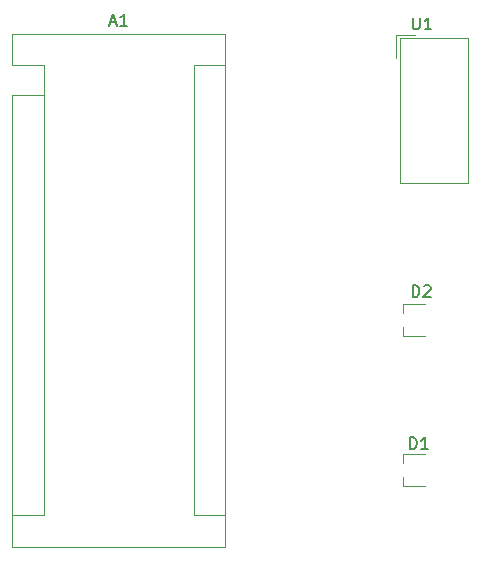
<source format=gto>
G04 #@! TF.GenerationSoftware,KiCad,Pcbnew,(5.1.0)-1*
G04 #@! TF.CreationDate,2019-10-27T15:01:23-04:00*
G04 #@! TF.ProjectId,Reciever,52656369-6576-4657-922e-6b696361645f,rev?*
G04 #@! TF.SameCoordinates,Original*
G04 #@! TF.FileFunction,Legend,Top*
G04 #@! TF.FilePolarity,Positive*
%FSLAX46Y46*%
G04 Gerber Fmt 4.6, Leading zero omitted, Abs format (unit mm)*
G04 Created by KiCad (PCBNEW (5.1.0)-1) date 2019-10-27 15:01:23*
%MOMM*%
%LPD*%
G04 APERTURE LIST*
%ADD10C,0.120000*%
%ADD11C,0.150000*%
G04 APERTURE END LIST*
D10*
X62880000Y-52010000D02*
X64490000Y-52010000D01*
X62880000Y-52010000D02*
X62880000Y-54010000D01*
X63160000Y-64550000D02*
X63160000Y-52300000D01*
X68920000Y-64550000D02*
X63160000Y-64550000D01*
X68920000Y-52290000D02*
X68920000Y-64550000D01*
X63170000Y-52290000D02*
X68910000Y-52290000D01*
X65270000Y-74850000D02*
X63420000Y-74850000D01*
X63420000Y-74850000D02*
X63420000Y-75600000D01*
X65270000Y-77550000D02*
X63420000Y-77550000D01*
X63420000Y-77550000D02*
X63420000Y-76800000D01*
X65270000Y-87550000D02*
X63420000Y-87550000D01*
X63420000Y-87550000D02*
X63420000Y-88300000D01*
X65270000Y-90250000D02*
X63420000Y-90250000D01*
X63420000Y-90250000D02*
X63420000Y-89500000D01*
X48390000Y-51940000D02*
X30350000Y-51940000D01*
X48390000Y-95380000D02*
X48390000Y-51940000D01*
X30350000Y-95380000D02*
X48390000Y-95380000D01*
X33020000Y-92710000D02*
X30350000Y-92710000D01*
X33020000Y-57150000D02*
X33020000Y-92710000D01*
X33020000Y-57150000D02*
X30350000Y-57150000D01*
X45720000Y-92710000D02*
X48390000Y-92710000D01*
X45720000Y-54610000D02*
X45720000Y-92710000D01*
X45720000Y-54610000D02*
X48390000Y-54610000D01*
X30350000Y-51940000D02*
X30350000Y-54610000D01*
X30350000Y-57150000D02*
X30350000Y-95380000D01*
X33020000Y-54610000D02*
X30350000Y-54610000D01*
X33020000Y-57150000D02*
X33020000Y-54610000D01*
D11*
X64278095Y-50562380D02*
X64278095Y-51371904D01*
X64325714Y-51467142D01*
X64373333Y-51514761D01*
X64468571Y-51562380D01*
X64659047Y-51562380D01*
X64754285Y-51514761D01*
X64801904Y-51467142D01*
X64849523Y-51371904D01*
X64849523Y-50562380D01*
X65849523Y-51562380D02*
X65278095Y-51562380D01*
X65563809Y-51562380D02*
X65563809Y-50562380D01*
X65468571Y-50705238D01*
X65373333Y-50800476D01*
X65278095Y-50848095D01*
X64261904Y-74232380D02*
X64261904Y-73232380D01*
X64500000Y-73232380D01*
X64642857Y-73280000D01*
X64738095Y-73375238D01*
X64785714Y-73470476D01*
X64833333Y-73660952D01*
X64833333Y-73803809D01*
X64785714Y-73994285D01*
X64738095Y-74089523D01*
X64642857Y-74184761D01*
X64500000Y-74232380D01*
X64261904Y-74232380D01*
X65214285Y-73327619D02*
X65261904Y-73280000D01*
X65357142Y-73232380D01*
X65595238Y-73232380D01*
X65690476Y-73280000D01*
X65738095Y-73327619D01*
X65785714Y-73422857D01*
X65785714Y-73518095D01*
X65738095Y-73660952D01*
X65166666Y-74232380D01*
X65785714Y-74232380D01*
X64031904Y-87102380D02*
X64031904Y-86102380D01*
X64270000Y-86102380D01*
X64412857Y-86150000D01*
X64508095Y-86245238D01*
X64555714Y-86340476D01*
X64603333Y-86530952D01*
X64603333Y-86673809D01*
X64555714Y-86864285D01*
X64508095Y-86959523D01*
X64412857Y-87054761D01*
X64270000Y-87102380D01*
X64031904Y-87102380D01*
X65555714Y-87102380D02*
X64984285Y-87102380D01*
X65270000Y-87102380D02*
X65270000Y-86102380D01*
X65174761Y-86245238D01*
X65079523Y-86340476D01*
X64984285Y-86388095D01*
X38655714Y-50966666D02*
X39131904Y-50966666D01*
X38560476Y-51252380D02*
X38893809Y-50252380D01*
X39227142Y-51252380D01*
X40084285Y-51252380D02*
X39512857Y-51252380D01*
X39798571Y-51252380D02*
X39798571Y-50252380D01*
X39703333Y-50395238D01*
X39608095Y-50490476D01*
X39512857Y-50538095D01*
M02*

</source>
